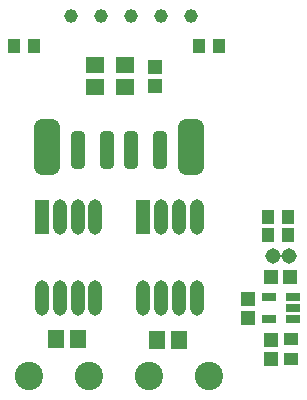
<source format=gbs>
G04*
G04 #@! TF.GenerationSoftware,Altium Limited,Altium Designer,19.0.10 (269)*
G04*
G04 Layer_Color=16711935*
%FSLAX25Y25*%
%MOIN*%
G70*
G01*
G75*
%ADD29R,0.04737X0.04343*%
%ADD30R,0.04537X0.04537*%
%ADD31R,0.04537X0.04537*%
%ADD32R,0.04343X0.04737*%
%ADD38C,0.05162*%
%ADD39C,0.09461*%
%ADD58R,0.05915X0.05324*%
%ADD59R,0.06115X0.05328*%
%ADD60R,0.05328X0.06115*%
%ADD61C,0.04537*%
G04:AMPARAMS|DCode=62|XSize=47.37mil|YSize=126.11mil|CornerRadius=13.84mil|HoleSize=0mil|Usage=FLASHONLY|Rotation=180.000|XOffset=0mil|YOffset=0mil|HoleType=Round|Shape=RoundedRectangle|*
%AMROUNDEDRECTD62*
21,1,0.04737,0.09843,0,0,180.0*
21,1,0.01968,0.12611,0,0,180.0*
1,1,0.02769,-0.00984,0.04921*
1,1,0.02769,0.00984,0.04921*
1,1,0.02769,0.00984,-0.04921*
1,1,0.02769,-0.00984,-0.04921*
%
%ADD62ROUNDEDRECTD62*%
G04:AMPARAMS|DCode=63|XSize=86.74mil|YSize=185.17mil|CornerRadius=23.68mil|HoleSize=0mil|Usage=FLASHONLY|Rotation=180.000|XOffset=0mil|YOffset=0mil|HoleType=Round|Shape=RoundedRectangle|*
%AMROUNDEDRECTD63*
21,1,0.08674,0.13780,0,0,180.0*
21,1,0.03937,0.18517,0,0,180.0*
1,1,0.04737,-0.01968,0.06890*
1,1,0.04737,0.01968,0.06890*
1,1,0.04737,0.01968,-0.06890*
1,1,0.04737,-0.01968,-0.06890*
%
%ADD63ROUNDEDRECTD63*%
%ADD64R,0.04540X0.11824*%
%ADD65O,0.04540X0.11824*%
%ADD66R,0.04934X0.02965*%
D29*
X127347Y22346D02*
D03*
Y15654D02*
D03*
D30*
X82000Y106850D02*
D03*
Y113150D02*
D03*
X113000Y35890D02*
D03*
Y29591D02*
D03*
X120653Y15850D02*
D03*
Y22150D02*
D03*
D31*
X127150Y43000D02*
D03*
X120850D02*
D03*
D32*
X35000Y120000D02*
D03*
X41693D02*
D03*
X103347D02*
D03*
X96653D02*
D03*
X126347Y57000D02*
D03*
X119653D02*
D03*
X119653Y63000D02*
D03*
X126347D02*
D03*
D38*
X121244Y49968D02*
D03*
X126756D02*
D03*
D39*
X60000Y10000D02*
D03*
X100000D02*
D03*
X80000D02*
D03*
X40000D02*
D03*
D58*
X62000Y113740D02*
D03*
Y106260D02*
D03*
D59*
X72000Y106358D02*
D03*
Y113642D02*
D03*
D60*
X56221Y22346D02*
D03*
X48937D02*
D03*
X90000Y22150D02*
D03*
X82717D02*
D03*
D61*
X94000Y130000D02*
D03*
X64000D02*
D03*
X54000D02*
D03*
X84000D02*
D03*
X74000D02*
D03*
D62*
X83780Y85500D02*
D03*
X73937D02*
D03*
X66063D02*
D03*
X56221D02*
D03*
D63*
X45984Y86484D02*
D03*
X94016D02*
D03*
D64*
X44252Y63000D02*
D03*
X78031D02*
D03*
D65*
X50236D02*
D03*
X56221D02*
D03*
X62205D02*
D03*
X44252Y36228D02*
D03*
X50236D02*
D03*
X56221D02*
D03*
X62205D02*
D03*
X95984D02*
D03*
X90000D02*
D03*
X84016D02*
D03*
X78031D02*
D03*
X95984Y63000D02*
D03*
X90000D02*
D03*
X84016D02*
D03*
D66*
X128000Y36480D02*
D03*
Y32740D02*
D03*
Y29000D02*
D03*
X119929D02*
D03*
Y36480D02*
D03*
M02*

</source>
